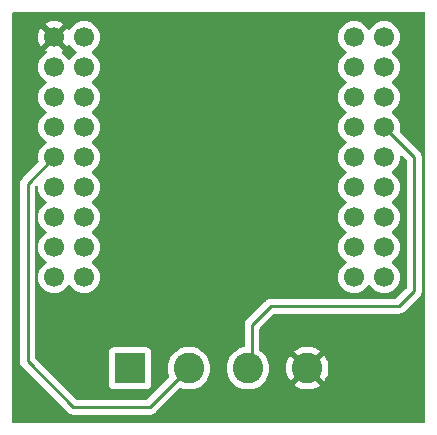
<source format=gbr>
%TF.GenerationSoftware,KiCad,Pcbnew,8.0.5*%
%TF.CreationDate,2024-09-19T11:43:03+02:00*%
%TF.ProjectId,QuinLED-ESP32-Lux,5175696e-4c45-4442-9d45-535033322d4c,rev?*%
%TF.SameCoordinates,Original*%
%TF.FileFunction,Copper,L2,Bot*%
%TF.FilePolarity,Positive*%
%FSLAX46Y46*%
G04 Gerber Fmt 4.6, Leading zero omitted, Abs format (unit mm)*
G04 Created by KiCad (PCBNEW 8.0.5) date 2024-09-19 11:43:03*
%MOMM*%
%LPD*%
G01*
G04 APERTURE LIST*
%TA.AperFunction,ComponentPad*%
%ADD10C,1.700000*%
%TD*%
%TA.AperFunction,ComponentPad*%
%ADD11R,2.600000X2.600000*%
%TD*%
%TA.AperFunction,ComponentPad*%
%ADD12C,2.600000*%
%TD*%
%TA.AperFunction,Conductor*%
%ADD13C,0.250000*%
%TD*%
G04 APERTURE END LIST*
D10*
%TO.P,U1,1,GND*%
%TO.N,GND*%
X128040793Y-78640533D03*
%TO.P,U1,2,GND\u002A*%
%TO.N,unconnected-(U1-GND\u002A-Pad2)*%
X128040793Y-81180533D03*
%TO.P,U1,3,S_VN*%
%TO.N,unconnected-(U1-S_VN-Pad3)*%
X128040793Y-83720533D03*
%TO.P,U1,4,IO35*%
%TO.N,unconnected-(U1-IO35-Pad4)*%
X128040793Y-86260533D03*
%TO.P,U1,5,IO33*%
%TO.N,GPIO33*%
X128040793Y-88800533D03*
%TO.P,U1,6,IO34*%
%TO.N,unconnected-(U1-IO34-Pad6)*%
X128040793Y-91340533D03*
%TO.P,U1,7,IO14*%
%TO.N,unconnected-(U1-IO14-Pad7)*%
X128040793Y-93880533D03*
%TO.P,U1,8,3v3\u002A*%
%TO.N,unconnected-(U1-3v3\u002A-Pad8)*%
X128040793Y-96420533D03*
%TO.P,U1,9,5vF\u002A*%
%TO.N,+5V*%
X128040793Y-98960533D03*
%TO.P,U1,10,EN*%
%TO.N,unconnected-(U1-EN-Pad10)*%
X130580793Y-78640533D03*
%TO.P,U1,11,S_VP*%
%TO.N,unconnected-(U1-S_VP-Pad11)*%
X130580793Y-81180533D03*
%TO.P,U1,12,IO26*%
%TO.N,unconnected-(U1-IO26-Pad12)*%
X130580793Y-83720533D03*
%TO.P,U1,13,IO18*%
%TO.N,unconnected-(U1-IO18-Pad13)*%
X130580793Y-86260533D03*
%TO.P,U1,14,IO19*%
%TO.N,unconnected-(U1-IO19-Pad14)*%
X130580793Y-88800533D03*
%TO.P,U1,15,IO23*%
%TO.N,unconnected-(U1-IO23-Pad15)*%
X130580793Y-91340533D03*
%TO.P,U1,16,IO5*%
%TO.N,unconnected-(U1-IO5-Pad16)*%
X130580793Y-93880533D03*
%TO.P,U1,17,3v3*%
%TO.N,unconnected-(U1-3v3-Pad17)*%
X130580793Y-96420533D03*
%TO.P,U1,18,IO13*%
%TO.N,unconnected-(U1-IO13-Pad18)*%
X130580793Y-98960533D03*
%TO.P,U1,19,TXD*%
%TO.N,unconnected-(U1-TXD-Pad19)*%
X153440793Y-78640533D03*
%TO.P,U1,20,RXD*%
%TO.N,unconnected-(U1-RXD-Pad20)*%
X153440793Y-81180533D03*
%TO.P,U1,21,IO22*%
%TO.N,unconnected-(U1-IO22-Pad21)*%
X153440793Y-83720533D03*
%TO.P,U1,22,IO21*%
%TO.N,unconnected-(U1-IO21-Pad22)*%
X153440793Y-86260533D03*
%TO.P,U1,23,IO17*%
%TO.N,unconnected-(U1-IO17-Pad23)*%
X153440793Y-88800533D03*
%TO.P,U1,24,IO16*%
%TO.N,unconnected-(U1-IO16-Pad24)*%
X153440793Y-91340533D03*
%TO.P,U1,25,GND*%
%TO.N,unconnected-(U1-GND-Pad25)*%
X153440793Y-93880533D03*
%TO.P,U1,26,5v0*%
%TO.N,unconnected-(U1-5v0-Pad26)*%
X153440793Y-96420533D03*
%TO.P,U1,27,IO15*%
%TO.N,unconnected-(U1-IO15-Pad27)*%
X153440793Y-98960533D03*
%TO.P,U1,28,GND*%
%TO.N,unconnected-(U1-GND-Pad28)*%
X155980793Y-78640533D03*
%TO.P,U1,29,IO27*%
%TO.N,unconnected-(U1-IO27-Pad29)*%
X155980793Y-81180533D03*
%TO.P,U1,30,IO25*%
%TO.N,unconnected-(U1-IO25-Pad30)*%
X155980793Y-83720533D03*
%TO.P,U1,31,IO32*%
%TO.N,GPIO32*%
X155980793Y-86260533D03*
%TO.P,U1,32,IO12*%
%TO.N,unconnected-(U1-IO12-Pad32)*%
X155980793Y-88800533D03*
%TO.P,U1,33,IO_4*%
%TO.N,unconnected-(U1-IO_4-Pad33)*%
X155980793Y-91340533D03*
%TO.P,U1,34,IO_0*%
%TO.N,unconnected-(U1-IO_0-Pad34)*%
X155980793Y-93880533D03*
%TO.P,U1,35,IO_2*%
%TO.N,unconnected-(U1-IO_2-Pad35)*%
X155980793Y-96420533D03*
%TO.P,U1,36,NC*%
%TO.N,unconnected-(U1-NC-Pad36)*%
X155980793Y-98960533D03*
%TD*%
D11*
%TO.P,J1,1,Pin_1*%
%TO.N,+5V*%
X134460000Y-106680000D03*
D12*
%TO.P,J1,2,Pin_2*%
%TO.N,GPIO33*%
X139460000Y-106680000D03*
%TO.P,J1,3,Pin_3*%
%TO.N,GPIO32*%
X144460000Y-106680000D03*
%TO.P,J1,4,Pin_4*%
%TO.N,GND*%
X149460000Y-106680000D03*
%TD*%
D13*
%TO.N,GPIO33*%
X136162038Y-109977962D02*
X139460000Y-106680000D01*
X129661658Y-109977962D02*
X136162038Y-109977962D01*
%TO.N,GPIO32*%
X146378477Y-101431105D02*
X144780000Y-103029582D01*
X144780000Y-106360000D02*
X144460000Y-106680000D01*
X158516431Y-100152730D02*
X157238056Y-101431105D01*
X158516431Y-88796171D02*
X158516431Y-100152730D01*
X157238056Y-101431105D02*
X146378477Y-101431105D01*
X155980793Y-86260533D02*
X158516431Y-88796171D01*
X144780000Y-103029582D02*
X144780000Y-106360000D01*
%TO.N,GPIO33*%
X129661658Y-109977962D02*
X125790005Y-106106309D01*
X125790005Y-91051321D02*
X128040793Y-88800533D01*
X125790005Y-106106309D02*
X125790005Y-91051321D01*
%TD*%
%TA.AperFunction,Conductor*%
%TO.N,GND*%
G36*
X129155718Y-79401906D02*
G01*
X129208912Y-79325938D01*
X129263489Y-79282314D01*
X129332988Y-79275121D01*
X129395342Y-79306643D01*
X129412062Y-79325938D01*
X129542298Y-79511934D01*
X129542299Y-79511935D01*
X129709390Y-79679026D01*
X129709396Y-79679031D01*
X129894951Y-79808958D01*
X129938576Y-79863535D01*
X129945770Y-79933033D01*
X129914247Y-79995388D01*
X129894951Y-80012108D01*
X129709390Y-80142038D01*
X129542298Y-80309130D01*
X129412368Y-80494691D01*
X129357791Y-80538316D01*
X129288293Y-80545510D01*
X129225938Y-80513987D01*
X129209218Y-80494691D01*
X129079287Y-80309130D01*
X128912195Y-80142039D01*
X128912194Y-80142038D01*
X128726198Y-80011802D01*
X128682574Y-79957225D01*
X128675381Y-79887726D01*
X128706903Y-79825372D01*
X128726198Y-79808652D01*
X128802166Y-79755458D01*
X128170202Y-79123495D01*
X128233786Y-79106458D01*
X128347800Y-79040632D01*
X128440892Y-78947540D01*
X128506718Y-78833526D01*
X128523755Y-78769942D01*
X129155718Y-79401906D01*
G37*
%TD.AperFunction*%
%TA.AperFunction,Conductor*%
G36*
X159403039Y-76541072D02*
G01*
X159448794Y-76593876D01*
X159460000Y-76645387D01*
X159460000Y-111206886D01*
X159440315Y-111273925D01*
X159387511Y-111319680D01*
X159336000Y-111330886D01*
X124584000Y-111330886D01*
X124516961Y-111311201D01*
X124471206Y-111258397D01*
X124460000Y-111206886D01*
X124460000Y-90989710D01*
X125164505Y-90989710D01*
X125164505Y-106167913D01*
X125187049Y-106281256D01*
X125188543Y-106288765D01*
X125235690Y-106402590D01*
X125235695Y-106402599D01*
X125248397Y-106421608D01*
X125248398Y-106421609D01*
X125304146Y-106505041D01*
X125304149Y-106505045D01*
X125395591Y-106596487D01*
X125395613Y-106596507D01*
X129172674Y-110373568D01*
X129172703Y-110373599D01*
X129262921Y-110463817D01*
X129262925Y-110463820D01*
X129365365Y-110532269D01*
X129365369Y-110532271D01*
X129365372Y-110532273D01*
X129479206Y-110579425D01*
X129539629Y-110591443D01*
X129600051Y-110603462D01*
X136223645Y-110603462D01*
X136284067Y-110591443D01*
X136344490Y-110579425D01*
X136344493Y-110579423D01*
X136344496Y-110579423D01*
X136377825Y-110565616D01*
X136377824Y-110565616D01*
X136377830Y-110565614D01*
X136458324Y-110532274D01*
X136509547Y-110498046D01*
X136560771Y-110463820D01*
X136647896Y-110376695D01*
X136647896Y-110376693D01*
X136658104Y-110366486D01*
X136658105Y-110366483D01*
X138646011Y-108378578D01*
X138707332Y-108345095D01*
X138777024Y-108350079D01*
X138787478Y-108354534D01*
X138800359Y-108360738D01*
X139058228Y-108440280D01*
X139058229Y-108440280D01*
X139058232Y-108440281D01*
X139325063Y-108480499D01*
X139325068Y-108480499D01*
X139325071Y-108480500D01*
X139325072Y-108480500D01*
X139594928Y-108480500D01*
X139594929Y-108480500D01*
X139594936Y-108480499D01*
X139861767Y-108440281D01*
X139861768Y-108440280D01*
X139861772Y-108440280D01*
X140119641Y-108360738D01*
X140362775Y-108243651D01*
X140585741Y-108091635D01*
X140783561Y-107908085D01*
X140951815Y-107697102D01*
X141086743Y-107463398D01*
X141185334Y-107212195D01*
X141245383Y-106949103D01*
X141265549Y-106680000D01*
X141265549Y-106679995D01*
X142654451Y-106679995D01*
X142654451Y-106680004D01*
X142674616Y-106949101D01*
X142734664Y-107212188D01*
X142734666Y-107212195D01*
X142780901Y-107330000D01*
X142833257Y-107463398D01*
X142968185Y-107697102D01*
X143021655Y-107764151D01*
X143136442Y-107908089D01*
X143323183Y-108081358D01*
X143334259Y-108091635D01*
X143557226Y-108243651D01*
X143800359Y-108360738D01*
X144058228Y-108440280D01*
X144058229Y-108440280D01*
X144058232Y-108440281D01*
X144325063Y-108480499D01*
X144325068Y-108480499D01*
X144325071Y-108480500D01*
X144325072Y-108480500D01*
X144594928Y-108480500D01*
X144594929Y-108480500D01*
X144594936Y-108480499D01*
X144861767Y-108440281D01*
X144861768Y-108440280D01*
X144861772Y-108440280D01*
X145119641Y-108360738D01*
X145362775Y-108243651D01*
X145585741Y-108091635D01*
X145783561Y-107908085D01*
X145951815Y-107697102D01*
X146086743Y-107463398D01*
X146185334Y-107212195D01*
X146245383Y-106949103D01*
X146265549Y-106680000D01*
X146265549Y-106679995D01*
X147654953Y-106679995D01*
X147654953Y-106680004D01*
X147675113Y-106949026D01*
X147675113Y-106949028D01*
X147735142Y-107212033D01*
X147735148Y-107212052D01*
X147833709Y-107463181D01*
X147833708Y-107463181D01*
X147968602Y-107696822D01*
X148022294Y-107764151D01*
X148858957Y-106927487D01*
X148883978Y-106987890D01*
X148955112Y-107094351D01*
X149045649Y-107184888D01*
X149152110Y-107256022D01*
X149212510Y-107281041D01*
X148374848Y-108118702D01*
X148557483Y-108243220D01*
X148557485Y-108243221D01*
X148800539Y-108360269D01*
X148800537Y-108360269D01*
X149058337Y-108439790D01*
X149058343Y-108439792D01*
X149325101Y-108479999D01*
X149325110Y-108480000D01*
X149594890Y-108480000D01*
X149594898Y-108479999D01*
X149861656Y-108439792D01*
X149861662Y-108439790D01*
X150119461Y-108360269D01*
X150362521Y-108243218D01*
X150545150Y-108118702D01*
X149707488Y-107281041D01*
X149767890Y-107256022D01*
X149874351Y-107184888D01*
X149964888Y-107094351D01*
X150036022Y-106987890D01*
X150061041Y-106927488D01*
X150897703Y-107764151D01*
X150897704Y-107764150D01*
X150951393Y-107696828D01*
X150951400Y-107696817D01*
X151086290Y-107463181D01*
X151184851Y-107212052D01*
X151184857Y-107212033D01*
X151244886Y-106949028D01*
X151244886Y-106949026D01*
X151265047Y-106680004D01*
X151265047Y-106679995D01*
X151244886Y-106410973D01*
X151244886Y-106410971D01*
X151184857Y-106147966D01*
X151184851Y-106147947D01*
X151086290Y-105896818D01*
X151086291Y-105896818D01*
X150951397Y-105663177D01*
X150897704Y-105595847D01*
X150061041Y-106432510D01*
X150036022Y-106372110D01*
X149964888Y-106265649D01*
X149874351Y-106175112D01*
X149767890Y-106103978D01*
X149707488Y-106078958D01*
X150545150Y-105241296D01*
X150362517Y-105116779D01*
X150362516Y-105116778D01*
X150119460Y-104999730D01*
X150119462Y-104999730D01*
X149861662Y-104920209D01*
X149861656Y-104920207D01*
X149594898Y-104880000D01*
X149325101Y-104880000D01*
X149058343Y-104920207D01*
X149058337Y-104920209D01*
X148800538Y-104999730D01*
X148557485Y-105116778D01*
X148557476Y-105116783D01*
X148374848Y-105241296D01*
X149212511Y-106078958D01*
X149152110Y-106103978D01*
X149045649Y-106175112D01*
X148955112Y-106265649D01*
X148883978Y-106372110D01*
X148858958Y-106432511D01*
X148022295Y-105595848D01*
X147968600Y-105663180D01*
X147833709Y-105896818D01*
X147735148Y-106147947D01*
X147735142Y-106147966D01*
X147675113Y-106410971D01*
X147675113Y-106410973D01*
X147654953Y-106679995D01*
X146265549Y-106679995D01*
X146245383Y-106410897D01*
X146185334Y-106147805D01*
X146086743Y-105896602D01*
X145951815Y-105662898D01*
X145783561Y-105451915D01*
X145783560Y-105451914D01*
X145783557Y-105451910D01*
X145585737Y-105268361D01*
X145459648Y-105182395D01*
X145415346Y-105128366D01*
X145405500Y-105079942D01*
X145405500Y-103340034D01*
X145425185Y-103272995D01*
X145441819Y-103252353D01*
X146601248Y-102092924D01*
X146662571Y-102059439D01*
X146688929Y-102056605D01*
X157299663Y-102056605D01*
X157360085Y-102044586D01*
X157420508Y-102032568D01*
X157420511Y-102032566D01*
X157420514Y-102032566D01*
X157453843Y-102018759D01*
X157453842Y-102018759D01*
X157453848Y-102018757D01*
X157534342Y-101985417D01*
X157585565Y-101951189D01*
X157636789Y-101916963D01*
X157723914Y-101829838D01*
X157723915Y-101829836D01*
X157730981Y-101822770D01*
X157730984Y-101822766D01*
X158915160Y-100638590D01*
X158915164Y-100638588D01*
X159002289Y-100551463D01*
X159070742Y-100449016D01*
X159117894Y-100335182D01*
X159141931Y-100214336D01*
X159141931Y-88863912D01*
X159141932Y-88863891D01*
X159141932Y-88734562D01*
X159117895Y-88613726D01*
X159117894Y-88613720D01*
X159070743Y-88499886D01*
X159002289Y-88397438D01*
X159002286Y-88397434D01*
X157321030Y-86716180D01*
X157287545Y-86654857D01*
X157288936Y-86596405D01*
X157315856Y-86495941D01*
X157336452Y-86260533D01*
X157315856Y-86025125D01*
X157254696Y-85796870D01*
X157154828Y-85582704D01*
X157149218Y-85574691D01*
X157019287Y-85389130D01*
X156852195Y-85222039D01*
X156852189Y-85222034D01*
X156666635Y-85092108D01*
X156623010Y-85037531D01*
X156615816Y-84968033D01*
X156647339Y-84905678D01*
X156666635Y-84888958D01*
X156688819Y-84873424D01*
X156852194Y-84759028D01*
X157019288Y-84591934D01*
X157154828Y-84398363D01*
X157254696Y-84184196D01*
X157315856Y-83955941D01*
X157336452Y-83720533D01*
X157315856Y-83485125D01*
X157254696Y-83256870D01*
X157154828Y-83042704D01*
X157149218Y-83034691D01*
X157019287Y-82849130D01*
X156852195Y-82682039D01*
X156852189Y-82682034D01*
X156666635Y-82552108D01*
X156623010Y-82497531D01*
X156615816Y-82428033D01*
X156647339Y-82365678D01*
X156666635Y-82348958D01*
X156688819Y-82333424D01*
X156852194Y-82219028D01*
X157019288Y-82051934D01*
X157154828Y-81858363D01*
X157254696Y-81644196D01*
X157315856Y-81415941D01*
X157336452Y-81180533D01*
X157315856Y-80945125D01*
X157254696Y-80716870D01*
X157154828Y-80502704D01*
X157149218Y-80494691D01*
X157019287Y-80309130D01*
X156852195Y-80142039D01*
X156852189Y-80142034D01*
X156666635Y-80012108D01*
X156623010Y-79957531D01*
X156615816Y-79888033D01*
X156647339Y-79825678D01*
X156666635Y-79808958D01*
X156743041Y-79755458D01*
X156852194Y-79679028D01*
X157019288Y-79511934D01*
X157154828Y-79318363D01*
X157254696Y-79104196D01*
X157315856Y-78875941D01*
X157336452Y-78640533D01*
X157315856Y-78405125D01*
X157254696Y-78176870D01*
X157154828Y-77962704D01*
X157149524Y-77955128D01*
X157019287Y-77769130D01*
X156852195Y-77602039D01*
X156852188Y-77602034D01*
X156658627Y-77466500D01*
X156658623Y-77466498D01*
X156658621Y-77466497D01*
X156444456Y-77366630D01*
X156444452Y-77366629D01*
X156444448Y-77366627D01*
X156216206Y-77305471D01*
X156216196Y-77305469D01*
X155980794Y-77284874D01*
X155980792Y-77284874D01*
X155745389Y-77305469D01*
X155745379Y-77305471D01*
X155517137Y-77366627D01*
X155517128Y-77366631D01*
X155302964Y-77466497D01*
X155302962Y-77466498D01*
X155109390Y-77602038D01*
X154942298Y-77769130D01*
X154812368Y-77954691D01*
X154757791Y-77998316D01*
X154688293Y-78005510D01*
X154625938Y-77973987D01*
X154609218Y-77954691D01*
X154479287Y-77769130D01*
X154312195Y-77602039D01*
X154312188Y-77602034D01*
X154118627Y-77466500D01*
X154118623Y-77466498D01*
X154118621Y-77466497D01*
X153904456Y-77366630D01*
X153904452Y-77366629D01*
X153904448Y-77366627D01*
X153676206Y-77305471D01*
X153676196Y-77305469D01*
X153440794Y-77284874D01*
X153440792Y-77284874D01*
X153205389Y-77305469D01*
X153205379Y-77305471D01*
X152977137Y-77366627D01*
X152977128Y-77366631D01*
X152762964Y-77466497D01*
X152762962Y-77466498D01*
X152569390Y-77602038D01*
X152402298Y-77769130D01*
X152266758Y-77962702D01*
X152266757Y-77962704D01*
X152166891Y-78176868D01*
X152166887Y-78176877D01*
X152105731Y-78405119D01*
X152105729Y-78405129D01*
X152085134Y-78640532D01*
X152085134Y-78640533D01*
X152105729Y-78875936D01*
X152105731Y-78875946D01*
X152166887Y-79104188D01*
X152166889Y-79104192D01*
X152166890Y-79104196D01*
X152246594Y-79275121D01*
X152266758Y-79318363D01*
X152266760Y-79318367D01*
X152325255Y-79401906D01*
X152402297Y-79511933D01*
X152402299Y-79511935D01*
X152569390Y-79679026D01*
X152569396Y-79679031D01*
X152754951Y-79808958D01*
X152798576Y-79863535D01*
X152805770Y-79933033D01*
X152774247Y-79995388D01*
X152754951Y-80012108D01*
X152569390Y-80142038D01*
X152402298Y-80309130D01*
X152266758Y-80502702D01*
X152266757Y-80502704D01*
X152166891Y-80716868D01*
X152166887Y-80716877D01*
X152105731Y-80945119D01*
X152105729Y-80945129D01*
X152085134Y-81180532D01*
X152085134Y-81180533D01*
X152105729Y-81415936D01*
X152105731Y-81415946D01*
X152166887Y-81644188D01*
X152166889Y-81644192D01*
X152166890Y-81644196D01*
X152170793Y-81652565D01*
X152266758Y-81858363D01*
X152266760Y-81858367D01*
X152375074Y-82013054D01*
X152402294Y-82051929D01*
X152402299Y-82051935D01*
X152569390Y-82219026D01*
X152569396Y-82219031D01*
X152754951Y-82348958D01*
X152798576Y-82403535D01*
X152805770Y-82473033D01*
X152774247Y-82535388D01*
X152754951Y-82552108D01*
X152569390Y-82682038D01*
X152402298Y-82849130D01*
X152266758Y-83042702D01*
X152266757Y-83042704D01*
X152166891Y-83256868D01*
X152166887Y-83256877D01*
X152105731Y-83485119D01*
X152105729Y-83485129D01*
X152085134Y-83720532D01*
X152085134Y-83720533D01*
X152105729Y-83955936D01*
X152105731Y-83955946D01*
X152166887Y-84184188D01*
X152166889Y-84184192D01*
X152166890Y-84184196D01*
X152170793Y-84192565D01*
X152266758Y-84398363D01*
X152266760Y-84398367D01*
X152375074Y-84553054D01*
X152402294Y-84591929D01*
X152402299Y-84591935D01*
X152569390Y-84759026D01*
X152569396Y-84759031D01*
X152754951Y-84888958D01*
X152798576Y-84943535D01*
X152805770Y-85013033D01*
X152774247Y-85075388D01*
X152754951Y-85092108D01*
X152569390Y-85222038D01*
X152402298Y-85389130D01*
X152266758Y-85582702D01*
X152266757Y-85582704D01*
X152166891Y-85796868D01*
X152166887Y-85796877D01*
X152105731Y-86025119D01*
X152105729Y-86025129D01*
X152085134Y-86260532D01*
X152085134Y-86260533D01*
X152105729Y-86495936D01*
X152105731Y-86495946D01*
X152166887Y-86724188D01*
X152166889Y-86724192D01*
X152166890Y-86724196D01*
X152170793Y-86732565D01*
X152266758Y-86938363D01*
X152266760Y-86938367D01*
X152375074Y-87093054D01*
X152402294Y-87131929D01*
X152402299Y-87131935D01*
X152569390Y-87299026D01*
X152569396Y-87299031D01*
X152754951Y-87428958D01*
X152798576Y-87483535D01*
X152805770Y-87553033D01*
X152774247Y-87615388D01*
X152754951Y-87632108D01*
X152569390Y-87762038D01*
X152402298Y-87929130D01*
X152266758Y-88122702D01*
X152266757Y-88122704D01*
X152166891Y-88336868D01*
X152166887Y-88336877D01*
X152105731Y-88565119D01*
X152105729Y-88565129D01*
X152085134Y-88800532D01*
X152085134Y-88800533D01*
X152105729Y-89035936D01*
X152105731Y-89035946D01*
X152166887Y-89264188D01*
X152166889Y-89264192D01*
X152166890Y-89264196D01*
X152170793Y-89272565D01*
X152266758Y-89478363D01*
X152266760Y-89478367D01*
X152375074Y-89633054D01*
X152402294Y-89671929D01*
X152402299Y-89671935D01*
X152569390Y-89839026D01*
X152569396Y-89839031D01*
X152754951Y-89968958D01*
X152798576Y-90023535D01*
X152805770Y-90093033D01*
X152774247Y-90155388D01*
X152754951Y-90172108D01*
X152569390Y-90302038D01*
X152402298Y-90469130D01*
X152266758Y-90662702D01*
X152266758Y-90662703D01*
X152166891Y-90876868D01*
X152166887Y-90876877D01*
X152105731Y-91105119D01*
X152105729Y-91105129D01*
X152085134Y-91340532D01*
X152085134Y-91340533D01*
X152105729Y-91575936D01*
X152105731Y-91575946D01*
X152166887Y-91804188D01*
X152166889Y-91804192D01*
X152166890Y-91804196D01*
X152170793Y-91812565D01*
X152266758Y-92018363D01*
X152266760Y-92018367D01*
X152375074Y-92173054D01*
X152402294Y-92211929D01*
X152402299Y-92211935D01*
X152569390Y-92379026D01*
X152569396Y-92379031D01*
X152754951Y-92508958D01*
X152798576Y-92563535D01*
X152805770Y-92633033D01*
X152774247Y-92695388D01*
X152754951Y-92712108D01*
X152569390Y-92842038D01*
X152402298Y-93009130D01*
X152266758Y-93202702D01*
X152266757Y-93202704D01*
X152166891Y-93416868D01*
X152166887Y-93416877D01*
X152105731Y-93645119D01*
X152105729Y-93645129D01*
X152085134Y-93880532D01*
X152085134Y-93880533D01*
X152105729Y-94115936D01*
X152105731Y-94115946D01*
X152166887Y-94344188D01*
X152166889Y-94344192D01*
X152166890Y-94344196D01*
X152170793Y-94352565D01*
X152266758Y-94558363D01*
X152266760Y-94558367D01*
X152375074Y-94713054D01*
X152402294Y-94751929D01*
X152402299Y-94751935D01*
X152569390Y-94919026D01*
X152569396Y-94919031D01*
X152754951Y-95048958D01*
X152798576Y-95103535D01*
X152805770Y-95173033D01*
X152774247Y-95235388D01*
X152754951Y-95252108D01*
X152569390Y-95382038D01*
X152402298Y-95549130D01*
X152266758Y-95742702D01*
X152266757Y-95742704D01*
X152166891Y-95956868D01*
X152166887Y-95956877D01*
X152105731Y-96185119D01*
X152105729Y-96185129D01*
X152085134Y-96420532D01*
X152085134Y-96420533D01*
X152105729Y-96655936D01*
X152105731Y-96655946D01*
X152166887Y-96884188D01*
X152166889Y-96884192D01*
X152166890Y-96884196D01*
X152170793Y-96892565D01*
X152266758Y-97098363D01*
X152266760Y-97098367D01*
X152375074Y-97253054D01*
X152402294Y-97291929D01*
X152402299Y-97291935D01*
X152569390Y-97459026D01*
X152569396Y-97459031D01*
X152754951Y-97588958D01*
X152798576Y-97643535D01*
X152805770Y-97713033D01*
X152774247Y-97775388D01*
X152754951Y-97792108D01*
X152569390Y-97922038D01*
X152402298Y-98089130D01*
X152266758Y-98282702D01*
X152266757Y-98282704D01*
X152166891Y-98496868D01*
X152166887Y-98496877D01*
X152105731Y-98725119D01*
X152105729Y-98725129D01*
X152085134Y-98960532D01*
X152085134Y-98960533D01*
X152105729Y-99195936D01*
X152105731Y-99195946D01*
X152166887Y-99424188D01*
X152166889Y-99424192D01*
X152166890Y-99424196D01*
X152170793Y-99432565D01*
X152266758Y-99638363D01*
X152266760Y-99638367D01*
X152375074Y-99793054D01*
X152402298Y-99831934D01*
X152569392Y-99999028D01*
X152666177Y-100066798D01*
X152762958Y-100134565D01*
X152762960Y-100134566D01*
X152762963Y-100134568D01*
X152977130Y-100234436D01*
X153205385Y-100295596D01*
X153393711Y-100312072D01*
X153440792Y-100316192D01*
X153440793Y-100316192D01*
X153440794Y-100316192D01*
X153480027Y-100312759D01*
X153676201Y-100295596D01*
X153904456Y-100234436D01*
X154118623Y-100134568D01*
X154312194Y-99999028D01*
X154479288Y-99831934D01*
X154609218Y-99646375D01*
X154663795Y-99602750D01*
X154733293Y-99595556D01*
X154795648Y-99627079D01*
X154812368Y-99646375D01*
X154942293Y-99831928D01*
X154942298Y-99831934D01*
X155109392Y-99999028D01*
X155206177Y-100066798D01*
X155302958Y-100134565D01*
X155302960Y-100134566D01*
X155302963Y-100134568D01*
X155517130Y-100234436D01*
X155745385Y-100295596D01*
X155933711Y-100312072D01*
X155980792Y-100316192D01*
X155980793Y-100316192D01*
X155980794Y-100316192D01*
X156020027Y-100312759D01*
X156216201Y-100295596D01*
X156444456Y-100234436D01*
X156658623Y-100134568D01*
X156852194Y-99999028D01*
X157019288Y-99831934D01*
X157154828Y-99638363D01*
X157254696Y-99424196D01*
X157315856Y-99195941D01*
X157336452Y-98960533D01*
X157315856Y-98725125D01*
X157254696Y-98496870D01*
X157154828Y-98282704D01*
X157149218Y-98274691D01*
X157019287Y-98089130D01*
X156852195Y-97922039D01*
X156852189Y-97922034D01*
X156666635Y-97792108D01*
X156623010Y-97737531D01*
X156615816Y-97668033D01*
X156647339Y-97605678D01*
X156666635Y-97588958D01*
X156688819Y-97573424D01*
X156852194Y-97459028D01*
X157019288Y-97291934D01*
X157154828Y-97098363D01*
X157254696Y-96884196D01*
X157315856Y-96655941D01*
X157336452Y-96420533D01*
X157315856Y-96185125D01*
X157254696Y-95956870D01*
X157154828Y-95742704D01*
X157149218Y-95734691D01*
X157019287Y-95549130D01*
X156852195Y-95382039D01*
X156852189Y-95382034D01*
X156666635Y-95252108D01*
X156623010Y-95197531D01*
X156615816Y-95128033D01*
X156647339Y-95065678D01*
X156666635Y-95048958D01*
X156688819Y-95033424D01*
X156852194Y-94919028D01*
X157019288Y-94751934D01*
X157154828Y-94558363D01*
X157254696Y-94344196D01*
X157315856Y-94115941D01*
X157336452Y-93880533D01*
X157315856Y-93645125D01*
X157254696Y-93416870D01*
X157154828Y-93202704D01*
X157149218Y-93194691D01*
X157019287Y-93009130D01*
X156852195Y-92842039D01*
X156852189Y-92842034D01*
X156666635Y-92712108D01*
X156623010Y-92657531D01*
X156615816Y-92588033D01*
X156647339Y-92525678D01*
X156666635Y-92508958D01*
X156688819Y-92493424D01*
X156852194Y-92379028D01*
X157019288Y-92211934D01*
X157154828Y-92018363D01*
X157254696Y-91804196D01*
X157315856Y-91575941D01*
X157336452Y-91340533D01*
X157315856Y-91105125D01*
X157254696Y-90876870D01*
X157171434Y-90698316D01*
X157154828Y-90662703D01*
X157154827Y-90662702D01*
X157019287Y-90469130D01*
X156852195Y-90302039D01*
X156852189Y-90302034D01*
X156666635Y-90172108D01*
X156623010Y-90117531D01*
X156615816Y-90048033D01*
X156647339Y-89985678D01*
X156666635Y-89968958D01*
X156688819Y-89953424D01*
X156852194Y-89839028D01*
X157019288Y-89671934D01*
X157154828Y-89478363D01*
X157254696Y-89264196D01*
X157315856Y-89035941D01*
X157336452Y-88800533D01*
X157336452Y-88800532D01*
X157336452Y-88800144D01*
X157336500Y-88799978D01*
X157336924Y-88795139D01*
X157337896Y-88795224D01*
X157356137Y-88733105D01*
X157408941Y-88687350D01*
X157478099Y-88677406D01*
X157541655Y-88706431D01*
X157548124Y-88712455D01*
X157630809Y-88795139D01*
X157854612Y-89018942D01*
X157888097Y-89080265D01*
X157890931Y-89106623D01*
X157890931Y-99842278D01*
X157871246Y-99909317D01*
X157854612Y-99929959D01*
X157015285Y-100769286D01*
X156953962Y-100802771D01*
X156927604Y-100805605D01*
X146316866Y-100805605D01*
X146256448Y-100817623D01*
X146196025Y-100829642D01*
X146196020Y-100829643D01*
X146162023Y-100843725D01*
X146148874Y-100849172D01*
X146126646Y-100858379D01*
X146082190Y-100876793D01*
X146072034Y-100883580D01*
X146071926Y-100883652D01*
X145979745Y-100945245D01*
X145936182Y-100988808D01*
X145892619Y-101032372D01*
X144294144Y-102630846D01*
X144294138Y-102630854D01*
X144225692Y-102733287D01*
X144225684Y-102733301D01*
X144192347Y-102813789D01*
X144186823Y-102827125D01*
X144178537Y-102847127D01*
X144178535Y-102847135D01*
X144154500Y-102967971D01*
X144154500Y-104798859D01*
X144134815Y-104865898D01*
X144082011Y-104911653D01*
X144062620Y-104918218D01*
X144062662Y-104918352D01*
X143800358Y-104999262D01*
X143557230Y-105116346D01*
X143334258Y-105268365D01*
X143136442Y-105451910D01*
X142968185Y-105662898D01*
X142833258Y-105896599D01*
X142833256Y-105896603D01*
X142734666Y-106147804D01*
X142734664Y-106147811D01*
X142674616Y-106410898D01*
X142654451Y-106679995D01*
X141265549Y-106679995D01*
X141245383Y-106410897D01*
X141185334Y-106147805D01*
X141086743Y-105896602D01*
X140951815Y-105662898D01*
X140783561Y-105451915D01*
X140783560Y-105451914D01*
X140783557Y-105451910D01*
X140585741Y-105268365D01*
X140459646Y-105182395D01*
X140362775Y-105116349D01*
X140362769Y-105116346D01*
X140362768Y-105116345D01*
X140362767Y-105116344D01*
X140119643Y-104999263D01*
X140119645Y-104999263D01*
X139861773Y-104919720D01*
X139861767Y-104919718D01*
X139594936Y-104879500D01*
X139594929Y-104879500D01*
X139325071Y-104879500D01*
X139325063Y-104879500D01*
X139058232Y-104919718D01*
X139058226Y-104919720D01*
X138800358Y-104999262D01*
X138557230Y-105116346D01*
X138334258Y-105268365D01*
X138136442Y-105451910D01*
X137968185Y-105662898D01*
X137833258Y-105896599D01*
X137833256Y-105896603D01*
X137734666Y-106147804D01*
X137734664Y-106147811D01*
X137674616Y-106410898D01*
X137654451Y-106679995D01*
X137654451Y-106680004D01*
X137674616Y-106949101D01*
X137693892Y-107033553D01*
X137734666Y-107212195D01*
X137791970Y-107358202D01*
X137798138Y-107427799D01*
X137765700Y-107489682D01*
X137764222Y-107491185D01*
X135939267Y-109316143D01*
X135877944Y-109349628D01*
X135851586Y-109352462D01*
X129972110Y-109352462D01*
X129905071Y-109332777D01*
X129884429Y-109316143D01*
X126451824Y-105883538D01*
X126418339Y-105822215D01*
X126415505Y-105795857D01*
X126415505Y-105332135D01*
X132659500Y-105332135D01*
X132659500Y-108027870D01*
X132659501Y-108027876D01*
X132665908Y-108087483D01*
X132716202Y-108222328D01*
X132716206Y-108222335D01*
X132802452Y-108337544D01*
X132802455Y-108337547D01*
X132917664Y-108423793D01*
X132917671Y-108423797D01*
X133052517Y-108474091D01*
X133052516Y-108474091D01*
X133059444Y-108474835D01*
X133112127Y-108480500D01*
X135807872Y-108480499D01*
X135867483Y-108474091D01*
X136002331Y-108423796D01*
X136117546Y-108337546D01*
X136203796Y-108222331D01*
X136254091Y-108087483D01*
X136260500Y-108027873D01*
X136260499Y-105332128D01*
X136254091Y-105272517D01*
X136252542Y-105268365D01*
X136203797Y-105137671D01*
X136203793Y-105137664D01*
X136117547Y-105022455D01*
X136117544Y-105022452D01*
X136002335Y-104936206D01*
X136002328Y-104936202D01*
X135867482Y-104885908D01*
X135867483Y-104885908D01*
X135807883Y-104879501D01*
X135807881Y-104879500D01*
X135807873Y-104879500D01*
X135807864Y-104879500D01*
X133112129Y-104879500D01*
X133112123Y-104879501D01*
X133052516Y-104885908D01*
X132917671Y-104936202D01*
X132917664Y-104936206D01*
X132802455Y-105022452D01*
X132802452Y-105022455D01*
X132716206Y-105137664D01*
X132716202Y-105137671D01*
X132665908Y-105272517D01*
X132659501Y-105332116D01*
X132659501Y-105332123D01*
X132659500Y-105332135D01*
X126415505Y-105332135D01*
X126415505Y-91361772D01*
X126435190Y-91294733D01*
X126451820Y-91274095D01*
X126473454Y-91252461D01*
X126534776Y-91218977D01*
X126604468Y-91223961D01*
X126660401Y-91265833D01*
X126684818Y-91331297D01*
X126685134Y-91340143D01*
X126685134Y-91340533D01*
X126705729Y-91575936D01*
X126705731Y-91575946D01*
X126766887Y-91804188D01*
X126766889Y-91804192D01*
X126766890Y-91804196D01*
X126770793Y-91812565D01*
X126866758Y-92018363D01*
X126866760Y-92018367D01*
X126975074Y-92173054D01*
X127002294Y-92211929D01*
X127002299Y-92211935D01*
X127169390Y-92379026D01*
X127169396Y-92379031D01*
X127354951Y-92508958D01*
X127398576Y-92563535D01*
X127405770Y-92633033D01*
X127374247Y-92695388D01*
X127354951Y-92712108D01*
X127169390Y-92842038D01*
X127002298Y-93009130D01*
X126866758Y-93202702D01*
X126866757Y-93202704D01*
X126766891Y-93416868D01*
X126766887Y-93416877D01*
X126705731Y-93645119D01*
X126705729Y-93645129D01*
X126685134Y-93880532D01*
X126685134Y-93880533D01*
X126705729Y-94115936D01*
X126705731Y-94115946D01*
X126766887Y-94344188D01*
X126766889Y-94344192D01*
X126766890Y-94344196D01*
X126770793Y-94352565D01*
X126866758Y-94558363D01*
X126866760Y-94558367D01*
X126975074Y-94713054D01*
X127002294Y-94751929D01*
X127002299Y-94751935D01*
X127169390Y-94919026D01*
X127169396Y-94919031D01*
X127354951Y-95048958D01*
X127398576Y-95103535D01*
X127405770Y-95173033D01*
X127374247Y-95235388D01*
X127354951Y-95252108D01*
X127169390Y-95382038D01*
X127002298Y-95549130D01*
X126866758Y-95742702D01*
X126866757Y-95742704D01*
X126766891Y-95956868D01*
X126766887Y-95956877D01*
X126705731Y-96185119D01*
X126705729Y-96185129D01*
X126685134Y-96420532D01*
X126685134Y-96420533D01*
X126705729Y-96655936D01*
X126705731Y-96655946D01*
X126766887Y-96884188D01*
X126766889Y-96884192D01*
X126766890Y-96884196D01*
X126770793Y-96892565D01*
X126866758Y-97098363D01*
X126866760Y-97098367D01*
X126975074Y-97253054D01*
X127002294Y-97291929D01*
X127002299Y-97291935D01*
X127169390Y-97459026D01*
X127169396Y-97459031D01*
X127354951Y-97588958D01*
X127398576Y-97643535D01*
X127405770Y-97713033D01*
X127374247Y-97775388D01*
X127354951Y-97792108D01*
X127169390Y-97922038D01*
X127002298Y-98089130D01*
X126866758Y-98282702D01*
X126866757Y-98282704D01*
X126766891Y-98496868D01*
X126766887Y-98496877D01*
X126705731Y-98725119D01*
X126705729Y-98725129D01*
X126685134Y-98960532D01*
X126685134Y-98960533D01*
X126705729Y-99195936D01*
X126705731Y-99195946D01*
X126766887Y-99424188D01*
X126766889Y-99424192D01*
X126766890Y-99424196D01*
X126770793Y-99432565D01*
X126866758Y-99638363D01*
X126866760Y-99638367D01*
X126975074Y-99793054D01*
X127002298Y-99831934D01*
X127169392Y-99999028D01*
X127266177Y-100066798D01*
X127362958Y-100134565D01*
X127362960Y-100134566D01*
X127362963Y-100134568D01*
X127577130Y-100234436D01*
X127805385Y-100295596D01*
X127993711Y-100312072D01*
X128040792Y-100316192D01*
X128040793Y-100316192D01*
X128040794Y-100316192D01*
X128080027Y-100312759D01*
X128276201Y-100295596D01*
X128504456Y-100234436D01*
X128718623Y-100134568D01*
X128912194Y-99999028D01*
X129079288Y-99831934D01*
X129209218Y-99646375D01*
X129263795Y-99602750D01*
X129333293Y-99595556D01*
X129395648Y-99627079D01*
X129412368Y-99646375D01*
X129542293Y-99831928D01*
X129542298Y-99831934D01*
X129709392Y-99999028D01*
X129806177Y-100066798D01*
X129902958Y-100134565D01*
X129902960Y-100134566D01*
X129902963Y-100134568D01*
X130117130Y-100234436D01*
X130345385Y-100295596D01*
X130533711Y-100312072D01*
X130580792Y-100316192D01*
X130580793Y-100316192D01*
X130580794Y-100316192D01*
X130620027Y-100312759D01*
X130816201Y-100295596D01*
X131044456Y-100234436D01*
X131258623Y-100134568D01*
X131452194Y-99999028D01*
X131619288Y-99831934D01*
X131754828Y-99638363D01*
X131854696Y-99424196D01*
X131915856Y-99195941D01*
X131936452Y-98960533D01*
X131915856Y-98725125D01*
X131854696Y-98496870D01*
X131754828Y-98282704D01*
X131749218Y-98274691D01*
X131619287Y-98089130D01*
X131452195Y-97922039D01*
X131452189Y-97922034D01*
X131266635Y-97792108D01*
X131223010Y-97737531D01*
X131215816Y-97668033D01*
X131247339Y-97605678D01*
X131266635Y-97588958D01*
X131288819Y-97573424D01*
X131452194Y-97459028D01*
X131619288Y-97291934D01*
X131754828Y-97098363D01*
X131854696Y-96884196D01*
X131915856Y-96655941D01*
X131936452Y-96420533D01*
X131915856Y-96185125D01*
X131854696Y-95956870D01*
X131754828Y-95742704D01*
X131749218Y-95734691D01*
X131619287Y-95549130D01*
X131452195Y-95382039D01*
X131452189Y-95382034D01*
X131266635Y-95252108D01*
X131223010Y-95197531D01*
X131215816Y-95128033D01*
X131247339Y-95065678D01*
X131266635Y-95048958D01*
X131288819Y-95033424D01*
X131452194Y-94919028D01*
X131619288Y-94751934D01*
X131754828Y-94558363D01*
X131854696Y-94344196D01*
X131915856Y-94115941D01*
X131936452Y-93880533D01*
X131915856Y-93645125D01*
X131854696Y-93416870D01*
X131754828Y-93202704D01*
X131749218Y-93194691D01*
X131619287Y-93009130D01*
X131452195Y-92842039D01*
X131452189Y-92842034D01*
X131266635Y-92712108D01*
X131223010Y-92657531D01*
X131215816Y-92588033D01*
X131247339Y-92525678D01*
X131266635Y-92508958D01*
X131288819Y-92493424D01*
X131452194Y-92379028D01*
X131619288Y-92211934D01*
X131754828Y-92018363D01*
X131854696Y-91804196D01*
X131915856Y-91575941D01*
X131936452Y-91340533D01*
X131915856Y-91105125D01*
X131854696Y-90876870D01*
X131771434Y-90698316D01*
X131754828Y-90662703D01*
X131754827Y-90662702D01*
X131619287Y-90469130D01*
X131452195Y-90302039D01*
X131452189Y-90302034D01*
X131266635Y-90172108D01*
X131223010Y-90117531D01*
X131215816Y-90048033D01*
X131247339Y-89985678D01*
X131266635Y-89968958D01*
X131288819Y-89953424D01*
X131452194Y-89839028D01*
X131619288Y-89671934D01*
X131754828Y-89478363D01*
X131854696Y-89264196D01*
X131915856Y-89035941D01*
X131936452Y-88800533D01*
X131936403Y-88799978D01*
X131928219Y-88706431D01*
X131915856Y-88565125D01*
X131854696Y-88336870D01*
X131754828Y-88122704D01*
X131749218Y-88114691D01*
X131619287Y-87929130D01*
X131452195Y-87762039D01*
X131452189Y-87762034D01*
X131266635Y-87632108D01*
X131223010Y-87577531D01*
X131215816Y-87508033D01*
X131247339Y-87445678D01*
X131266635Y-87428958D01*
X131288819Y-87413424D01*
X131452194Y-87299028D01*
X131619288Y-87131934D01*
X131754828Y-86938363D01*
X131854696Y-86724196D01*
X131915856Y-86495941D01*
X131936452Y-86260533D01*
X131915856Y-86025125D01*
X131854696Y-85796870D01*
X131754828Y-85582704D01*
X131749218Y-85574691D01*
X131619287Y-85389130D01*
X131452195Y-85222039D01*
X131452189Y-85222034D01*
X131266635Y-85092108D01*
X131223010Y-85037531D01*
X131215816Y-84968033D01*
X131247339Y-84905678D01*
X131266635Y-84888958D01*
X131288819Y-84873424D01*
X131452194Y-84759028D01*
X131619288Y-84591934D01*
X131754828Y-84398363D01*
X131854696Y-84184196D01*
X131915856Y-83955941D01*
X131936452Y-83720533D01*
X131915856Y-83485125D01*
X131854696Y-83256870D01*
X131754828Y-83042704D01*
X131749218Y-83034691D01*
X131619287Y-82849130D01*
X131452195Y-82682039D01*
X131452189Y-82682034D01*
X131266635Y-82552108D01*
X131223010Y-82497531D01*
X131215816Y-82428033D01*
X131247339Y-82365678D01*
X131266635Y-82348958D01*
X131288819Y-82333424D01*
X131452194Y-82219028D01*
X131619288Y-82051934D01*
X131754828Y-81858363D01*
X131854696Y-81644196D01*
X131915856Y-81415941D01*
X131936452Y-81180533D01*
X131915856Y-80945125D01*
X131854696Y-80716870D01*
X131754828Y-80502704D01*
X131749218Y-80494691D01*
X131619287Y-80309130D01*
X131452195Y-80142039D01*
X131452189Y-80142034D01*
X131266635Y-80012108D01*
X131223010Y-79957531D01*
X131215816Y-79888033D01*
X131247339Y-79825678D01*
X131266635Y-79808958D01*
X131343041Y-79755458D01*
X131452194Y-79679028D01*
X131619288Y-79511934D01*
X131754828Y-79318363D01*
X131854696Y-79104196D01*
X131915856Y-78875941D01*
X131936452Y-78640533D01*
X131915856Y-78405125D01*
X131854696Y-78176870D01*
X131754828Y-77962704D01*
X131749524Y-77955128D01*
X131619287Y-77769130D01*
X131452195Y-77602039D01*
X131452188Y-77602034D01*
X131258627Y-77466500D01*
X131258623Y-77466498D01*
X131258621Y-77466497D01*
X131044456Y-77366630D01*
X131044452Y-77366629D01*
X131044448Y-77366627D01*
X130816206Y-77305471D01*
X130816196Y-77305469D01*
X130580794Y-77284874D01*
X130580792Y-77284874D01*
X130345389Y-77305469D01*
X130345379Y-77305471D01*
X130117137Y-77366627D01*
X130117128Y-77366631D01*
X129902964Y-77466497D01*
X129902962Y-77466498D01*
X129709390Y-77602038D01*
X129542298Y-77769130D01*
X129412062Y-77955128D01*
X129357485Y-77998753D01*
X129287987Y-78005947D01*
X129225632Y-77974424D01*
X129208912Y-77955128D01*
X129155718Y-77879159D01*
X129155718Y-77879158D01*
X128523755Y-78511122D01*
X128506718Y-78447540D01*
X128440892Y-78333526D01*
X128347800Y-78240434D01*
X128233786Y-78174608D01*
X128170203Y-78157570D01*
X128802166Y-77525606D01*
X128802166Y-77525605D01*
X128718376Y-77466935D01*
X128718372Y-77466933D01*
X128504285Y-77367103D01*
X128504276Y-77367099D01*
X128276119Y-77305965D01*
X128276108Y-77305963D01*
X128040795Y-77285376D01*
X128040791Y-77285376D01*
X127805477Y-77305963D01*
X127805466Y-77305965D01*
X127577309Y-77367099D01*
X127577300Y-77367103D01*
X127363212Y-77466934D01*
X127279418Y-77525605D01*
X127911383Y-78157570D01*
X127847800Y-78174608D01*
X127733786Y-78240434D01*
X127640694Y-78333526D01*
X127574868Y-78447540D01*
X127557830Y-78511122D01*
X126925866Y-77879158D01*
X126925865Y-77879158D01*
X126867194Y-77962952D01*
X126767363Y-78177040D01*
X126767359Y-78177049D01*
X126706225Y-78405206D01*
X126706223Y-78405217D01*
X126685636Y-78640531D01*
X126685636Y-78640534D01*
X126706223Y-78875848D01*
X126706225Y-78875859D01*
X126767359Y-79104016D01*
X126767363Y-79104025D01*
X126867193Y-79318112D01*
X126867195Y-79318116D01*
X126925865Y-79401906D01*
X126925866Y-79401906D01*
X127557830Y-78769942D01*
X127574868Y-78833526D01*
X127640694Y-78947540D01*
X127733786Y-79040632D01*
X127847800Y-79106458D01*
X127911383Y-79123495D01*
X127279418Y-79755458D01*
X127355387Y-79808652D01*
X127399012Y-79863229D01*
X127406206Y-79932727D01*
X127374683Y-79995082D01*
X127355388Y-80011802D01*
X127169387Y-80142041D01*
X127002298Y-80309130D01*
X126866758Y-80502702D01*
X126866757Y-80502704D01*
X126766891Y-80716868D01*
X126766887Y-80716877D01*
X126705731Y-80945119D01*
X126705729Y-80945129D01*
X126685134Y-81180532D01*
X126685134Y-81180533D01*
X126705729Y-81415936D01*
X126705731Y-81415946D01*
X126766887Y-81644188D01*
X126766889Y-81644192D01*
X126766890Y-81644196D01*
X126770793Y-81652565D01*
X126866758Y-81858363D01*
X126866760Y-81858367D01*
X126975074Y-82013054D01*
X127002294Y-82051929D01*
X127002299Y-82051935D01*
X127169390Y-82219026D01*
X127169396Y-82219031D01*
X127354951Y-82348958D01*
X127398576Y-82403535D01*
X127405770Y-82473033D01*
X127374247Y-82535388D01*
X127354951Y-82552108D01*
X127169390Y-82682038D01*
X127002298Y-82849130D01*
X126866758Y-83042702D01*
X126866757Y-83042704D01*
X126766891Y-83256868D01*
X126766887Y-83256877D01*
X126705731Y-83485119D01*
X126705729Y-83485129D01*
X126685134Y-83720532D01*
X126685134Y-83720533D01*
X126705729Y-83955936D01*
X126705731Y-83955946D01*
X126766887Y-84184188D01*
X126766889Y-84184192D01*
X126766890Y-84184196D01*
X126770793Y-84192565D01*
X126866758Y-84398363D01*
X126866760Y-84398367D01*
X126975074Y-84553054D01*
X127002294Y-84591929D01*
X127002299Y-84591935D01*
X127169390Y-84759026D01*
X127169396Y-84759031D01*
X127354951Y-84888958D01*
X127398576Y-84943535D01*
X127405770Y-85013033D01*
X127374247Y-85075388D01*
X127354951Y-85092108D01*
X127169390Y-85222038D01*
X127002298Y-85389130D01*
X126866758Y-85582702D01*
X126866757Y-85582704D01*
X126766891Y-85796868D01*
X126766887Y-85796877D01*
X126705731Y-86025119D01*
X126705729Y-86025129D01*
X126685134Y-86260532D01*
X126685134Y-86260533D01*
X126705729Y-86495936D01*
X126705731Y-86495946D01*
X126766887Y-86724188D01*
X126766889Y-86724192D01*
X126766890Y-86724196D01*
X126770793Y-86732565D01*
X126866758Y-86938363D01*
X126866760Y-86938367D01*
X126975074Y-87093054D01*
X127002294Y-87131929D01*
X127002299Y-87131935D01*
X127169390Y-87299026D01*
X127169396Y-87299031D01*
X127354951Y-87428958D01*
X127398576Y-87483535D01*
X127405770Y-87553033D01*
X127374247Y-87615388D01*
X127354951Y-87632108D01*
X127169390Y-87762038D01*
X127002298Y-87929130D01*
X126866758Y-88122702D01*
X126866757Y-88122704D01*
X126766891Y-88336868D01*
X126766887Y-88336877D01*
X126705731Y-88565119D01*
X126705729Y-88565129D01*
X126685134Y-88800532D01*
X126685134Y-88800533D01*
X126705729Y-89035936D01*
X126705731Y-89035946D01*
X126732649Y-89136405D01*
X126730986Y-89206255D01*
X126700555Y-89256179D01*
X125391275Y-90565460D01*
X125304148Y-90652586D01*
X125304147Y-90652588D01*
X125297387Y-90662705D01*
X125235691Y-90755038D01*
X125235690Y-90755039D01*
X125202352Y-90835528D01*
X125196828Y-90848864D01*
X125188542Y-90868866D01*
X125188540Y-90868874D01*
X125164505Y-90989710D01*
X124460000Y-90989710D01*
X124460000Y-76645387D01*
X124479685Y-76578348D01*
X124532489Y-76532593D01*
X124584000Y-76521387D01*
X159336000Y-76521387D01*
X159403039Y-76541072D01*
G37*
%TD.AperFunction*%
%TD*%
M02*

</source>
